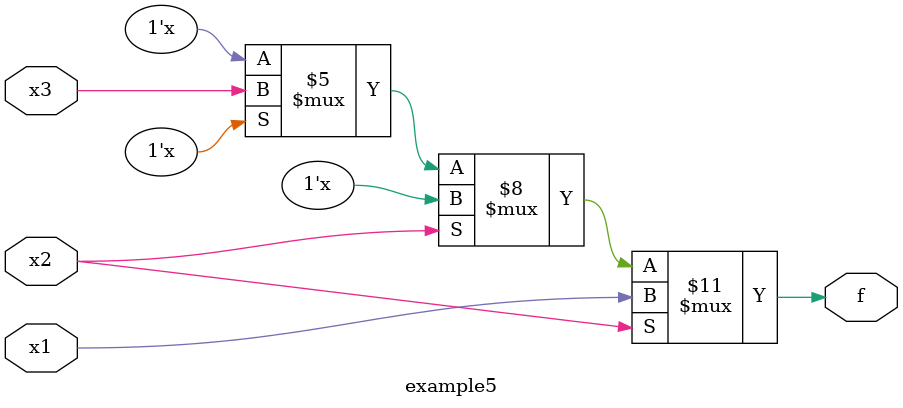
<source format=sv>
module example5(x1, x2, x3, f);
input x1, x2, x3;
output f;
reg f;
always @(x1 or x2 or x3)
    if (x2 == 1)
        f = x1;
    else if (x2[1] == 0)
        f = x3;
    else
        f = 1'bx;
endmodule
</source>
